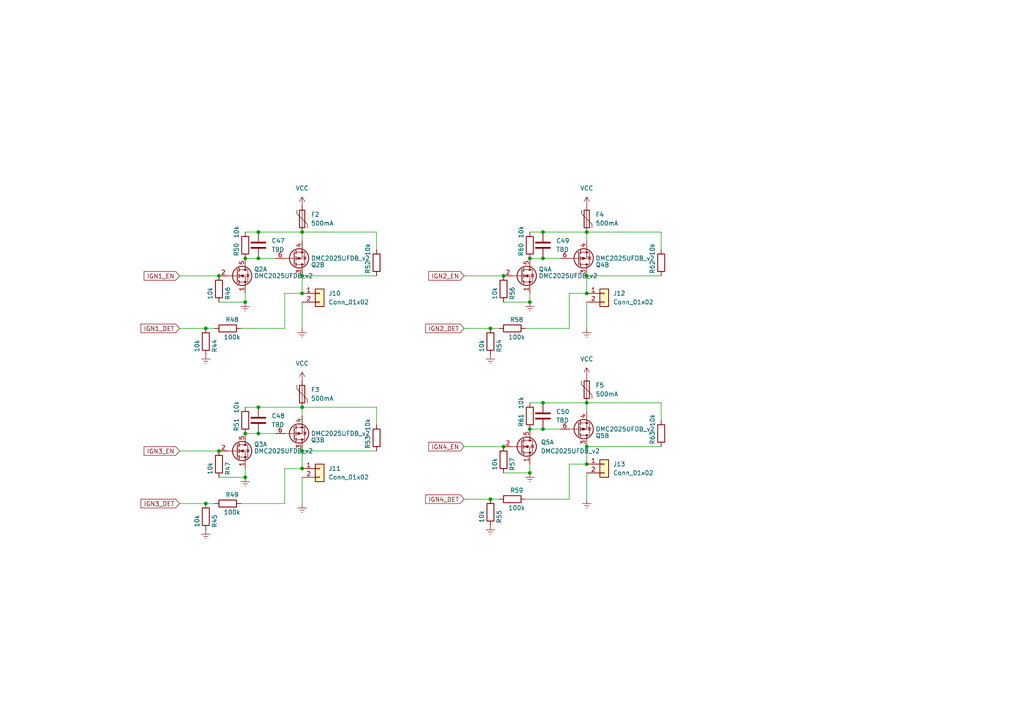
<source format=kicad_sch>
(kicad_sch (version 20211123) (generator eeschema)
  (paper "A4")
  (lib_symbols
    (symbol "Connector_Generic:Conn_01x02" (pin_names (offset 1.016) hide)
      (property "Reference" "J" (at 0 2.54 0))
      (property "Value" "Conn_01x02" (at 0 -5.08 0))
      (symbol "Conn_01x02_1_1"
        (rectangle (start -1.27 -2.413) (end 0 -2.667) (stroke (width 0.1524)))
        (rectangle (start -1.27 0.127) (end 0 -0.127) (stroke (width 0.1524)))
        (rectangle (start -1.27 1.27) (end 1.27 -3.81) (stroke (width 0.254)) (fill (type background)))
        (pin passive line (at -5.08 0 0) (length 3.81) (name "Pin_1") (number "1"))
        (pin passive line (at -5.08 -2.54 0) (length 3.81) (name "Pin_2") (number "2"))
      )
    )
    (symbol "Device:C" (pin_numbers hide) (pin_names (offset 0.254))
      (property "Reference" "C" (at 0.635 2.54 0))
      (property "Value" "C" (at 0.635 -2.54 0))
      (symbol "C_0_1"
        (polyline (pts (xy -2.032 -0.762) (xy 2.032 -0.762)) (stroke (width 0.508)))
        (polyline (pts (xy -2.032 0.762) (xy 2.032 0.762)) (stroke (width 0.508)))
      )
      (symbol "C_1_1"
        (pin passive line (at 0 3.81 270) (length 2.794) (name "~") (number "1"))
        (pin passive line (at 0 -3.81 90) (length 2.794) (name "~") (number "2"))
      )
    )
    (symbol "Device:Polyfuse" (pin_numbers hide) (pin_names (offset 0))
      (property "Reference" "F" (at -2.54 0 90))
      (property "Value" "Polyfuse" (at 2.54 0 90))
      (symbol "Polyfuse_0_1"
        (rectangle (start -0.762 2.54) (end 0.762 -2.54) (stroke (width 0.254)))
        (polyline (pts (xy 0 2.54) (xy 0 -2.54)))
        (polyline (pts (xy -1.524 2.54) (xy -1.524 1.524) (xy 1.524 -1.524) (xy 1.524 -2.54)))
      )
      (symbol "Polyfuse_1_1"
        (pin passive line (at 0 3.81 270) (length 1.27) (name "~") (number "1"))
        (pin passive line (at 0 -3.81 90) (length 1.27) (name "~") (number "2"))
      )
    )
    (symbol "Device:R" (pin_numbers hide) (pin_names (offset 0))
      (property "Reference" "R" (at 2.032 0 90))
      (property "Value" "R" (at 0 0 90))
      (symbol "R_0_1"
        (rectangle (start -1.016 -2.54) (end 1.016 2.54) (stroke (width 0.254)))
      )
      (symbol "R_1_1"
        (pin passive line (at 0 3.81 270) (length 1.27) (name "~") (number "1"))
        (pin passive line (at 0 -3.81 90) (length 1.27) (name "~") (number "2"))
      )
    )
    (symbol "KP-PTR_lib:DMC2025UFDB_v2" (pin_names hide)
      (property "Reference" "Q" (at 5.08 1.905 0))
      (property "Value" "DMC2025UFDB_v2" (at 5.08 0 0))
      (symbol "DMC2025UFDB_v2_0_1"
        (polyline (pts (xy 0.254 0) (xy -2.54 0)))
        (polyline (pts (xy 0.254 1.905) (xy 0.254 -1.905)) (stroke (width 0.254)))
        (polyline (pts (xy 0.762 -1.27) (xy 0.762 -2.286)) (stroke (width 0.254)))
        (polyline (pts (xy 0.762 0.508) (xy 0.762 -0.508)) (stroke (width 0.254)))
        (polyline (pts (xy 0.762 2.286) (xy 0.762 1.27)) (stroke (width 0.254)))
        (polyline (pts (xy 2.54 2.54) (xy 2.54 1.778)))
        (polyline (pts (xy 2.54 -2.54) (xy 2.54 0) (xy 0.762 0)))
        (polyline (pts (xy 0.762 -1.778) (xy 3.302 -1.778) (xy 3.302 1.778) (xy 0.762 1.778)))
        (circle (center 1.651 0) (radius 2.794) (stroke (width 0.254)))
        (circle (center 2.54 -1.778) (radius 0.254) (fill (type outline)))
        (circle (center 2.54 1.778) (radius 0.254) (fill (type outline)))
      )
      (symbol "DMC2025UFDB_v2_1_1"
        (polyline (pts (xy 1.016 0) (xy 2.032 0.381) (xy 2.032 -0.381) (xy 1.016 0)) (fill (type outline)))
        (polyline (pts (xy 2.794 0.508) (xy 2.921 0.381) (xy 3.683 0.381) (xy 3.81 0.254)))
        (polyline (pts (xy 3.302 0.381) (xy 2.921 -0.254) (xy 3.683 -0.254) (xy 3.302 0.381)))
        (pin passive line (at 2.54 -5.08 90) (length 2.54) (name "S1") (number "1"))
        (pin input line (at -5.08 0 0) (length 2.54) (name "G1") (number "2"))
        (pin passive line (at 2.54 5.08 270) (length 2.54) (name "D1") (number "5"))
      )
      (symbol "DMC2025UFDB_v2_2_1"
        (polyline (pts (xy 2.286 0) (xy 1.27 0.381) (xy 1.27 -0.381) (xy 2.286 0)) (fill (type outline)))
        (polyline (pts (xy 2.794 -0.508) (xy 2.921 -0.381) (xy 3.683 -0.381) (xy 3.81 -0.254)))
        (polyline (pts (xy 3.302 -0.381) (xy 2.921 0.254) (xy 3.683 0.254) (xy 3.302 -0.381)))
        (pin passive line (at 2.54 5.08 270) (length 2.54) (name "D2") (number "3"))
        (pin passive line (at 2.54 -5.08 90) (length 2.54) (name "S2") (number "4"))
        (pin input line (at -5.08 0 0) (length 2.54) (name "G2") (number "6"))
      )
    )
    (symbol "power:Earth" (power) (pin_names (offset 0))
      (symbol "Earth_0_1"
        (polyline (pts (xy -0.635 -1.905) (xy 0.635 -1.905)))
        (polyline (pts (xy -0.127 -2.54) (xy 0.127 -2.54)))
        (polyline (pts (xy 0 -1.27) (xy 0 0)))
        (polyline (pts (xy 1.27 -1.27) (xy -1.27 -1.27)))
      )
      (symbol "Earth_1_1"
        (pin power_in line (at 0 0 270) (length 0) hide (name "Earth") (number "1"))
      )
    )
    (symbol "power:VCC" (power) (pin_names (offset 0))
      (property "Value" "VCC" (at 0 3.81 0))
      (symbol "VCC_0_1"
        (polyline (pts (xy -0.762 1.27) (xy 0 2.54)))
        (polyline (pts (xy 0 0) (xy 0 2.54)))
        (polyline (pts (xy 0 2.54) (xy 0.762 1.27)))
      )
      (symbol "VCC_1_1"
        (pin power_in line (at 0 0 90) (length 0) hide (name "VCC") (number "1"))
      )
    )
  )
  (junction (at 170.18 67.31))
  (junction (at 87.63 130.81))
  (junction (at 157.48 116.84))
  (junction (at 71.12 74.93))
  (junction (at 170.18 134.62))
  (junction (at 153.67 87.63))
  (junction (at 87.63 135.89))
  (junction (at 170.18 129.54))
  (junction (at 87.63 80.01))
  (junction (at 146.05 80.01))
  (junction (at 157.48 74.93))
  (junction (at 170.18 85.09))
  (junction (at 59.69 146.05))
  (junction (at 74.93 67.31))
  (junction (at 63.5 130.81))
  (junction (at 87.63 67.31))
  (junction (at 142.24 95.25))
  (junction (at 142.24 144.78))
  (junction (at 63.5 80.01))
  (junction (at 71.12 138.43))
  (junction (at 153.67 137.16))
  (junction (at 170.18 80.01))
  (junction (at 157.48 124.46))
  (junction (at 74.93 125.73))
  (junction (at 170.18 116.84))
  (junction (at 71.12 125.73))
  (junction (at 59.69 95.25))
  (junction (at 157.48 67.31))
  (junction (at 153.67 74.93))
  (junction (at 87.63 118.11))
  (junction (at 146.05 129.54))
  (junction (at 153.67 124.46))
  (junction (at 74.93 74.93))
  (junction (at 74.93 118.11))
  (junction (at 71.12 87.63))
  (junction (at 87.63 85.09))
  (wire (pts (xy 59.69 146.05) (xy 62.23 146.05)))
  (wire (pts (xy 142.24 95.25) (xy 144.78 95.25)))
  (wire (pts (xy 82.55 135.89) (xy 87.63 135.89)))
  (wire (pts (xy 157.48 67.31) (xy 170.18 67.31)))
  (wire (pts (xy 153.67 87.63) (xy 153.67 85.09)))
  (wire (pts (xy 165.1 134.62) (xy 170.18 134.62)))
  (wire (pts (xy 71.12 67.31) (xy 74.93 67.31)))
  (wire (pts (xy 152.4 95.25) (xy 165.1 95.25)))
  (wire (pts (xy 71.12 74.93) (xy 74.93 74.93)))
  (wire (pts (xy 109.22 118.11) (xy 87.63 118.11)))
  (wire (pts (xy 165.1 85.09) (xy 165.1 95.25)))
  (wire (pts (xy 170.18 87.63) (xy 170.18 95.25)))
  (wire (pts (xy 74.93 125.73) (xy 80.01 125.73)))
  (wire (pts (xy 152.4 144.78) (xy 165.1 144.78)))
  (wire (pts (xy 191.77 116.84) (xy 170.18 116.84)))
  (wire (pts (xy 52.07 95.25) (xy 59.69 95.25)))
  (wire (pts (xy 82.55 85.09) (xy 87.63 85.09)))
  (wire (pts (xy 165.1 134.62) (xy 165.1 144.78)))
  (wire (pts (xy 170.18 67.31) (xy 170.18 69.85)))
  (wire (pts (xy 153.67 137.16) (xy 153.67 134.62)))
  (wire (pts (xy 63.5 87.63) (xy 71.12 87.63)))
  (wire (pts (xy 146.05 87.63) (xy 153.67 87.63)))
  (wire (pts (xy 142.24 144.78) (xy 144.78 144.78)))
  (wire (pts (xy 170.18 137.16) (xy 170.18 144.78)))
  (wire (pts (xy 71.12 138.43) (xy 71.12 135.89)))
  (wire (pts (xy 146.05 137.16) (xy 153.67 137.16)))
  (wire (pts (xy 134.62 144.78) (xy 142.24 144.78)))
  (wire (pts (xy 87.63 118.11) (xy 87.63 120.65)))
  (wire (pts (xy 69.85 146.05) (xy 82.55 146.05)))
  (wire (pts (xy 170.18 116.84) (xy 170.18 119.38)))
  (wire (pts (xy 52.07 146.05) (xy 59.69 146.05)))
  (wire (pts (xy 170.18 129.54) (xy 170.18 134.62)))
  (wire (pts (xy 109.22 67.31) (xy 87.63 67.31)))
  (wire (pts (xy 74.93 74.93) (xy 80.01 74.93)))
  (wire (pts (xy 71.12 125.73) (xy 74.93 125.73)))
  (wire (pts (xy 153.67 67.31) (xy 157.48 67.31)))
  (wire (pts (xy 63.5 138.43) (xy 71.12 138.43)))
  (wire (pts (xy 74.93 118.11) (xy 87.63 118.11)))
  (wire (pts (xy 134.62 129.54) (xy 146.05 129.54)))
  (wire (pts (xy 87.63 87.63) (xy 87.63 95.25)))
  (wire (pts (xy 74.93 67.31) (xy 87.63 67.31)))
  (wire (pts (xy 87.63 130.81) (xy 109.22 130.81)))
  (wire (pts (xy 134.62 95.25) (xy 142.24 95.25)))
  (wire (pts (xy 82.55 85.09) (xy 82.55 95.25)))
  (wire (pts (xy 87.63 130.81) (xy 87.63 135.89)))
  (wire (pts (xy 52.07 130.81) (xy 63.5 130.81)))
  (wire (pts (xy 59.69 95.25) (xy 62.23 95.25)))
  (wire (pts (xy 153.67 116.84) (xy 157.48 116.84)))
  (wire (pts (xy 191.77 67.31) (xy 170.18 67.31)))
  (wire (pts (xy 109.22 123.19) (xy 109.22 118.11)))
  (wire (pts (xy 157.48 124.46) (xy 162.56 124.46)))
  (wire (pts (xy 134.62 80.01) (xy 146.05 80.01)))
  (wire (pts (xy 153.67 124.46) (xy 157.48 124.46)))
  (wire (pts (xy 157.48 74.93) (xy 162.56 74.93)))
  (wire (pts (xy 170.18 80.01) (xy 191.77 80.01)))
  (wire (pts (xy 109.22 72.39) (xy 109.22 67.31)))
  (wire (pts (xy 87.63 67.31) (xy 87.63 69.85)))
  (wire (pts (xy 153.67 74.93) (xy 157.48 74.93)))
  (wire (pts (xy 87.63 138.43) (xy 87.63 146.05)))
  (wire (pts (xy 87.63 80.01) (xy 87.63 85.09)))
  (wire (pts (xy 157.48 116.84) (xy 170.18 116.84)))
  (wire (pts (xy 69.85 95.25) (xy 82.55 95.25)))
  (wire (pts (xy 71.12 118.11) (xy 74.93 118.11)))
  (wire (pts (xy 170.18 129.54) (xy 191.77 129.54)))
  (wire (pts (xy 87.63 80.01) (xy 109.22 80.01)))
  (wire (pts (xy 71.12 87.63) (xy 71.12 85.09)))
  (wire (pts (xy 165.1 85.09) (xy 170.18 85.09)))
  (wire (pts (xy 191.77 121.92) (xy 191.77 116.84)))
  (wire (pts (xy 170.18 80.01) (xy 170.18 85.09)))
  (wire (pts (xy 52.07 80.01) (xy 63.5 80.01)))
  (wire (pts (xy 82.55 135.89) (xy 82.55 146.05)))
  (wire (pts (xy 191.77 72.39) (xy 191.77 67.31)))
  (global_label "IGN3_DET" (shape input) (at 52.07 146.05 180) (property "Intersheet References" "${INTERSHEET_REFS}" (effects hide)))
  (global_label "IGN4_EN" (shape input) (at 134.62 129.54 180) (property "Intersheet References" "${INTERSHEET_REFS}" (effects hide)))
  (global_label "IGN2_DET" (shape input) (at 134.62 95.25 180) (property "Intersheet References" "${INTERSHEET_REFS}" (effects hide)))
  (global_label "IGN1_DET" (shape input) (at 52.07 95.25 180) (property "Intersheet References" "${INTERSHEET_REFS}" (effects hide)))
  (global_label "IGN3_EN" (shape input) (at 52.07 130.81 180) (property "Intersheet References" "${INTERSHEET_REFS}" (effects hide)))
  (global_label "IGN4_DET" (shape input) (at 134.62 144.78 180) (property "Intersheet References" "${INTERSHEET_REFS}" (effects hide)))
  (global_label "IGN1_EN" (shape input) (at 52.07 80.01 180) (property "Intersheet References" "${INTERSHEET_REFS}" (effects hide)))
  (global_label "IGN2_EN" (shape input) (at 134.62 80.01 180) (property "Intersheet References" "${INTERSHEET_REFS}" (effects hide)))
  (symbol (lib_id "power:Earth") (at 170.18 144.78 0) (unit 1)
    (property "Reference" "#PWR0174" (effects hide))
    (property "Value" "Earth" (effects hide))
  )
  (symbol (lib_id "power:Earth") (at 87.63 95.25 0) (unit 1)
    (property "Reference" "#PWR0164" (effects hide))
    (property "Value" "Earth" (effects hide))
  )
  (symbol (lib_id "Device:R") (at 59.69 99.06 0) (unit 1)
    (property "Reference" "R44" (at 62.23 100.33 90))
    (property "Value" "10k" (at 57.15 100.33 90))
    (property "Footprint" "Resistor_SMD:R_0402_1005Metric" (effects hide))
  )
  (symbol (lib_id "KP-PTR_lib:DMC2025UFDB_v2") (at 85.09 125.73 0) (mirror x) (unit 2)
    (property "Reference" "Q3" (at 90.17 127.635 0) (effects (justify left)))
    (property "Value" "DMC2025UFDB_v2" (at 90.17 125.73 0) (effects (justify left)))
    (property "Footprint" "KP-PTR_lib:DMC2025UFDB" (effects hide))
    (property "Datasheet" "http://www.irf.com/product-info/datasheets/data/irf7309ipbf.pdf" (effects hide))
  )
  (symbol (lib_id "power:Earth") (at 153.67 137.16 0) (unit 1)
    (property "Reference" "#PWR0170" (effects hide))
    (property "Value" "Earth" (effects hide))
  )
  (symbol (lib_id "KP-PTR_lib:DMC2025UFDB_v2") (at 167.64 124.46 0) (mirror x) (unit 2)
    (property "Reference" "Q5" (at 172.72 126.365 0) (effects (justify left)))
    (property "Value" "DMC2025UFDB_v2" (at 172.72 124.46 0) (effects (justify left)))
    (property "Footprint" "KP-PTR_lib:DMC2025UFDB" (effects hide))
    (property "Datasheet" "http://www.irf.com/product-info/datasheets/data/irf7309ipbf.pdf" (effects hide))
  )
  (symbol (lib_id "Connector_Generic:Conn_01x02") (at 175.26 134.62 0) (unit 1)
    (property "Reference" "J13" (at 177.8 134.6199 0) (effects (justify left)))
    (property "Value" "Conn_01x02" (at 177.8 137.1599 0) (effects (justify left)))
    (property "Footprint" "TerminalBlock_Phoenix:TerminalBlock_Phoenix_MPT-0,5-2-2.54_1x02_P2.54mm_Horizontal" (effects hide))
  )
  (symbol (lib_id "power:Earth") (at 71.12 138.43 0) (unit 1)
    (property "Reference" "#PWR0162" (effects hide))
    (property "Value" "Earth" (effects hide))
  )
  (symbol (lib_id "Device:R") (at 142.24 148.59 0) (unit 1)
    (property "Reference" "R55" (at 144.78 149.86 90))
    (property "Value" "10k" (at 139.7 149.86 90))
    (property "Footprint" "Resistor_SMD:R_0402_1005Metric" (effects hide))
  )
  (symbol (lib_id "KP-PTR_lib:DMC2025UFDB_v2") (at 85.09 74.93 0) (mirror x) (unit 2)
    (property "Reference" "Q2" (at 90.17 76.835 0) (effects (justify left)))
    (property "Value" "DMC2025UFDB_v2" (at 90.17 74.93 0) (effects (justify left)))
    (property "Footprint" "KP-PTR_lib:DMC2025UFDB" (effects hide))
    (property "Datasheet" "http://www.irf.com/product-info/datasheets/data/irf7309ipbf.pdf" (effects hide))
  )
  (symbol (lib_id "Device:R") (at 153.67 120.65 0) (unit 1)
    (property "Reference" "R61" (at 151.13 121.92 90))
    (property "Value" "10k" (at 151.13 116.84 90))
    (property "Footprint" "Resistor_SMD:R_0402_1005Metric" (effects hide))
  )
  (symbol (lib_id "power:Earth") (at 142.24 152.4 0) (unit 1)
    (property "Reference" "#PWR0168" (effects hide))
    (property "Value" "Earth" (effects hide))
  )
  (symbol (lib_id "Device:C") (at 157.48 120.65 0) (unit 1)
    (property "Reference" "C50" (at 161.29 119.3799 0) (effects (justify left)))
    (property "Value" "TBD" (at 161.29 121.9199 0) (effects (justify left)))
    (property "Footprint" "Capacitor_SMD:C_0402_1005Metric" (effects hide))
  )
  (symbol (lib_id "Device:R") (at 146.05 133.35 0) (unit 1)
    (property "Reference" "R57" (at 148.59 134.62 90))
    (property "Value" "10k" (at 143.51 134.62 90))
    (property "Footprint" "Resistor_SMD:R_0402_1005Metric" (effects hide))
  )
  (symbol (lib_id "Connector_Generic:Conn_01x02") (at 92.71 85.09 0) (unit 1)
    (property "Reference" "J10" (at 95.25 85.0899 0) (effects (justify left)))
    (property "Value" "Conn_01x02" (at 95.25 87.6299 0) (effects (justify left)))
    (property "Footprint" "TerminalBlock_Phoenix:TerminalBlock_Phoenix_MPT-0,5-2-2.54_1x02_P2.54mm_Horizontal" (effects hide))
  )
  (symbol (lib_id "power:Earth") (at 71.12 87.63 0) (unit 1)
    (property "Reference" "#PWR0161" (effects hide))
    (property "Value" "Earth" (effects hide))
  )
  (symbol (lib_id "Device:R") (at 191.77 125.73 0) (unit 1)
    (property "Reference" "R63" (at 189.23 127 90))
    (property "Value" "10k" (at 189.23 121.92 90))
    (property "Footprint" "Resistor_SMD:R_0402_1005Metric" (effects hide))
  )
  (symbol (lib_id "Device:R") (at 66.04 146.05 90) (unit 1)
    (property "Reference" "R49" (at 67.31 143.51 90))
    (property "Value" "100k" (at 67.31 148.59 90))
    (property "Footprint" "Resistor_SMD:R_0402_1005Metric" (effects hide))
  )
  (symbol (lib_id "Device:R") (at 153.67 71.12 0) (unit 1)
    (property "Reference" "R60" (at 151.13 72.39 90))
    (property "Value" "10k" (at 151.13 67.31 90))
    (property "Footprint" "Resistor_SMD:R_0402_1005Metric" (effects hide))
  )
  (symbol (lib_id "Device:R") (at 71.12 71.12 0) (unit 1)
    (property "Reference" "R50" (at 68.58 72.39 90))
    (property "Value" "10k" (at 68.58 67.31 90))
    (property "Footprint" "Resistor_SMD:R_0402_1005Metric" (effects hide))
  )
  (symbol (lib_id "power:VCC") (at 170.18 109.22 0) (unit 1)
    (property "Reference" "#PWR0173" (effects hide))
    (property "Value" "VCC" (at 170.18 104.14 0))
  )
  (symbol (lib_id "power:Earth") (at 87.63 146.05 0) (unit 1)
    (property "Reference" "#PWR0166" (effects hide))
    (property "Value" "Earth" (effects hide))
  )
  (symbol (lib_id "Device:R") (at 109.22 127 0) (unit 1)
    (property "Reference" "R53" (at 106.68 128.27 90))
    (property "Value" "10k" (at 106.68 123.19 90))
    (property "Footprint" "Resistor_SMD:R_0402_1005Metric" (effects hide))
  )
  (symbol (lib_id "Device:Polyfuse") (at 170.18 63.5 0) (unit 1)
    (property "Reference" "F4" (at 172.72 62.2299 0) (effects (justify left)))
    (property "Value" "500mA" (at 172.72 64.7699 0) (effects (justify left)))
    (property "Footprint" "Fuse:Fuse_0805_2012Metric" (effects hide))
  )
  (symbol (lib_id "Device:R") (at 59.69 149.86 0) (unit 1)
    (property "Reference" "R45" (at 62.23 151.13 90))
    (property "Value" "10k" (at 57.15 151.13 90))
    (property "Footprint" "Resistor_SMD:R_0402_1005Metric" (effects hide))
  )
  (symbol (lib_id "Device:R") (at 191.77 76.2 0) (unit 1)
    (property "Reference" "R62" (at 189.23 77.47 90))
    (property "Value" "10k" (at 189.23 72.39 90))
    (property "Footprint" "Resistor_SMD:R_0402_1005Metric" (effects hide))
  )
  (symbol (lib_id "power:VCC") (at 87.63 59.69 0) (unit 1)
    (property "Reference" "#PWR0163" (effects hide))
    (property "Value" "VCC" (at 87.63 54.61 0))
  )
  (symbol (lib_id "Connector_Generic:Conn_01x02") (at 175.26 85.09 0) (unit 1)
    (property "Reference" "J12" (at 177.8 85.0899 0) (effects (justify left)))
    (property "Value" "Conn_01x02" (at 177.8 87.6299 0) (effects (justify left)))
    (property "Footprint" "TerminalBlock_Phoenix:TerminalBlock_Phoenix_MPT-0,5-2-2.54_1x02_P2.54mm_Horizontal" (effects hide))
  )
  (symbol (lib_id "power:Earth") (at 59.69 153.67 0) (unit 1)
    (property "Reference" "#PWR0160" (effects hide))
    (property "Value" "Earth" (effects hide))
  )
  (symbol (lib_id "Connector_Generic:Conn_01x02") (at 92.71 135.89 0) (unit 1)
    (property "Reference" "J11" (at 95.25 135.8899 0) (effects (justify left)))
    (property "Value" "Conn_01x02" (at 95.25 138.4299 0) (effects (justify left)))
    (property "Footprint" "TerminalBlock_Phoenix:TerminalBlock_Phoenix_MPT-0,5-2-2.54_1x02_P2.54mm_Horizontal" (effects hide))
  )
  (symbol (lib_id "Device:C") (at 157.48 71.12 0) (unit 1)
    (property "Reference" "C49" (at 161.29 69.8499 0) (effects (justify left)))
    (property "Value" "TBD" (at 161.29 72.3899 0) (effects (justify left)))
    (property "Footprint" "Capacitor_SMD:C_0402_1005Metric" (effects hide))
  )
  (symbol (lib_id "KP-PTR_lib:DMC2025UFDB_v2") (at 151.13 80.01 0) (unit 1)
    (property "Reference" "Q4" (at 156.21 78.105 0) (effects (justify left)))
    (property "Value" "DMC2025UFDB_v2" (at 156.21 80.01 0) (effects (justify left)))
    (property "Footprint" "KP-PTR_lib:DMC2025UFDB" (effects hide))
    (property "Datasheet" "http://www.irf.com/product-info/datasheets/data/irf7309ipbf.pdf" (effects hide))
  )
  (symbol (lib_id "KP-PTR_lib:DMC2025UFDB_v2") (at 167.64 74.93 0) (mirror x) (unit 2)
    (property "Reference" "Q4" (at 172.72 76.835 0) (effects (justify left)))
    (property "Value" "DMC2025UFDB_v2" (at 172.72 74.93 0) (effects (justify left)))
    (property "Footprint" "KP-PTR_lib:DMC2025UFDB" (effects hide))
    (property "Datasheet" "http://www.irf.com/product-info/datasheets/data/irf7309ipbf.pdf" (effects hide))
  )
  (symbol (lib_id "Device:R") (at 142.24 99.06 0) (unit 1)
    (property "Reference" "R54" (at 144.78 100.33 90))
    (property "Value" "10k" (at 139.7 100.33 90))
    (property "Footprint" "Resistor_SMD:R_0402_1005Metric" (effects hide))
  )
  (symbol (lib_id "Device:C") (at 74.93 71.12 0) (unit 1)
    (property "Reference" "C47" (at 78.74 69.8499 0) (effects (justify left)))
    (property "Value" "TBD" (at 78.74 72.3899 0) (effects (justify left)))
    (property "Footprint" "Capacitor_SMD:C_0402_1005Metric" (effects hide))
  )
  (symbol (lib_id "Device:R") (at 71.12 121.92 0) (unit 1)
    (property "Reference" "R51" (at 68.58 123.19 90))
    (property "Value" "10k" (at 68.58 118.11 90))
    (property "Footprint" "Resistor_SMD:R_0402_1005Metric" (effects hide))
  )
  (symbol (lib_id "Device:R") (at 63.5 83.82 0) (unit 1)
    (property "Reference" "R46" (at 66.04 85.09 90))
    (property "Value" "10k" (at 60.96 85.09 90))
    (property "Footprint" "Resistor_SMD:R_0402_1005Metric" (effects hide))
  )
  (symbol (lib_id "power:Earth") (at 170.18 95.25 0) (unit 1)
    (property "Reference" "#PWR0172" (effects hide))
    (property "Value" "Earth" (effects hide))
  )
  (symbol (lib_id "Device:R") (at 148.59 95.25 90) (unit 1)
    (property "Reference" "R58" (at 149.86 92.71 90))
    (property "Value" "100k" (at 149.86 97.79 90))
    (property "Footprint" "Resistor_SMD:R_0402_1005Metric" (effects hide))
  )
  (symbol (lib_id "Device:R") (at 63.5 134.62 0) (unit 1)
    (property "Reference" "R47" (at 66.04 135.89 90))
    (property "Value" "10k" (at 60.96 135.89 90))
    (property "Footprint" "Resistor_SMD:R_0402_1005Metric" (effects hide))
  )
  (symbol (lib_id "Device:Polyfuse") (at 87.63 63.5 0) (unit 1)
    (property "Reference" "F2" (at 90.17 62.2299 0) (effects (justify left)))
    (property "Value" "500mA" (at 90.17 64.7699 0) (effects (justify left)))
    (property "Footprint" "Fuse:Fuse_0805_2012Metric" (effects hide))
  )
  (symbol (lib_id "power:VCC") (at 87.63 110.49 0) (unit 1)
    (property "Reference" "#PWR0165" (effects hide))
    (property "Value" "VCC" (at 87.63 105.41 0))
  )
  (symbol (lib_id "Device:C") (at 74.93 121.92 0) (unit 1)
    (property "Reference" "C48" (at 78.74 120.6499 0) (effects (justify left)))
    (property "Value" "TBD" (at 78.74 123.1899 0) (effects (justify left)))
    (property "Footprint" "Capacitor_SMD:C_0402_1005Metric" (effects hide))
  )
  (symbol (lib_id "power:Earth") (at 142.24 102.87 0) (unit 1)
    (property "Reference" "#PWR0167" (effects hide))
    (property "Value" "Earth" (effects hide))
  )
  (symbol (lib_id "Device:R") (at 66.04 95.25 90) (unit 1)
    (property "Reference" "R48" (at 67.31 92.71 90))
    (property "Value" "100k" (at 67.31 97.79 90))
    (property "Footprint" "Resistor_SMD:R_0402_1005Metric" (effects hide))
  )
  (symbol (lib_id "KP-PTR_lib:DMC2025UFDB_v2") (at 68.58 80.01 0) (unit 1)
    (property "Reference" "Q2" (at 73.66 78.105 0) (effects (justify left)))
    (property "Value" "DMC2025UFDB_v2" (at 73.66 80.01 0) (effects (justify left)))
    (property "Footprint" "KP-PTR_lib:DMC2025UFDB" (effects hide))
    (property "Datasheet" "http://www.irf.com/product-info/datasheets/data/irf7309ipbf.pdf" (effects hide))
  )
  (symbol (lib_id "power:VCC") (at 170.18 59.69 0) (unit 1)
    (property "Reference" "#PWR0171" (effects hide))
    (property "Value" "VCC" (at 170.18 54.61 0))
  )
  (symbol (lib_id "Device:R") (at 148.59 144.78 90) (unit 1)
    (property "Reference" "R59" (at 149.86 142.24 90))
    (property "Value" "100k" (at 149.86 147.32 90))
    (property "Footprint" "Resistor_SMD:R_0402_1005Metric" (effects hide))
  )
  (symbol (lib_id "Device:R") (at 146.05 83.82 0) (unit 1)
    (property "Reference" "R56" (at 148.59 85.09 90))
    (property "Value" "10k" (at 143.51 85.09 90))
    (property "Footprint" "Resistor_SMD:R_0402_1005Metric" (effects hide))
  )
  (symbol (lib_id "Device:Polyfuse") (at 87.63 114.3 0) (unit 1)
    (property "Reference" "F3" (at 90.17 113.0299 0) (effects (justify left)))
    (property "Value" "500mA" (at 90.17 115.5699 0) (effects (justify left)))
    (property "Footprint" "Fuse:Fuse_0805_2012Metric" (effects hide))
  )
  (symbol (lib_id "KP-PTR_lib:DMC2025UFDB_v2") (at 151.13 129.54 0) (unit 1)
    (property "Reference" "Q5" (at 156.845 128.2699 0) (effects (justify left)))
    (property "Value" "DMC2025UFDB_v2" (at 156.845 130.8099 0) (effects (justify left)))
    (property "Footprint" "KP-PTR_lib:DMC2025UFDB" (effects hide))
    (property "Datasheet" "http://www.irf.com/product-info/datasheets/data/irf7309ipbf.pdf" (effects hide))
  )
  (symbol (lib_id "Device:Polyfuse") (at 170.18 113.03 0) (unit 1)
    (property "Reference" "F5" (at 172.72 111.7599 0) (effects (justify left)))
    (property "Value" "500mA" (at 172.72 114.2999 0) (effects (justify left)))
    (property "Footprint" "Fuse:Fuse_0805_2012Metric" (effects hide))
  )
  (symbol (lib_id "Device:R") (at 109.22 76.2 0) (unit 1)
    (property "Reference" "R52" (at 106.68 77.47 90))
    (property "Value" "10k" (at 106.68 72.39 90))
    (property "Footprint" "Resistor_SMD:R_0402_1005Metric" (effects hide))
  )
  (symbol (lib_id "power:Earth") (at 59.69 102.87 0) (unit 1)
    (property "Reference" "#PWR0159" (effects hide))
    (property "Value" "Earth" (effects hide))
  )
  (symbol (lib_id "KP-PTR_lib:DMC2025UFDB_v2") (at 68.58 130.81 0) (unit 1)
    (property "Reference" "Q3" (at 73.66 128.905 0) (effects (justify left)))
    (property "Value" "DMC2025UFDB_v2" (at 73.66 130.81 0) (effects (justify left)))
    (property "Footprint" "KP-PTR_lib:DMC2025UFDB" (effects hide))
    (property "Datasheet" "http://www.irf.com/product-info/datasheets/data/irf7309ipbf.pdf" (effects hide))
  )
  (symbol (lib_id "power:Earth") (at 153.67 87.63 0) (unit 1)
    (property "Reference" "#PWR0169" (effects hide))
    (property "Value" "Earth" (effects hide))
  )
)
</source>
